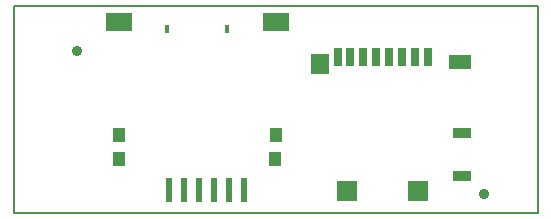
<source format=gbr>
%FSLAX23Y23*%
%MOIN*%
G04 EasyPC Gerber Version 17.0 Build 3379 *
%ADD156R,0.01726X0.02750*%
%ADD153R,0.02159X0.08065*%
%ADD151R,0.02553X0.05899*%
%ADD148R,0.02946X0.05899*%
%ADD154R,0.04324X0.04718*%
%ADD149R,0.06175X0.06687*%
%ADD22C,0.00500*%
%ADD107C,0.03537*%
%ADD147R,0.06293X0.03537*%
%ADD150R,0.07671X0.04915*%
%ADD155R,0.09049X0.06293*%
%ADD152R,0.07080X0.06883*%
X0Y0D02*
D02*
D22*
X1844Y228D02*
X98D01*
Y918*
X1844*
Y228*
D02*
D107*
X307Y767D03*
X1665Y290D03*
D02*
D147*
X1591Y350D03*
Y496D03*
D02*
D148*
X1219Y748D03*
X1262D03*
X1305D03*
X1348D03*
X1392D03*
X1435D03*
X1478D03*
D02*
D149*
X1119Y724D03*
D02*
D150*
X1585Y733D03*
D02*
D151*
X1177Y748D03*
D02*
D152*
X1209Y302D03*
X1444D03*
D02*
D153*
X615Y305D03*
X665D03*
X715D03*
X765D03*
X815D03*
X865D03*
D02*
D154*
X448Y408D03*
Y487D03*
X970Y408D03*
X971Y487D03*
D02*
D155*
X450Y864D03*
X971Y864D03*
D02*
D156*
X609Y840D03*
X809D03*
X0Y0D02*
M02*

</source>
